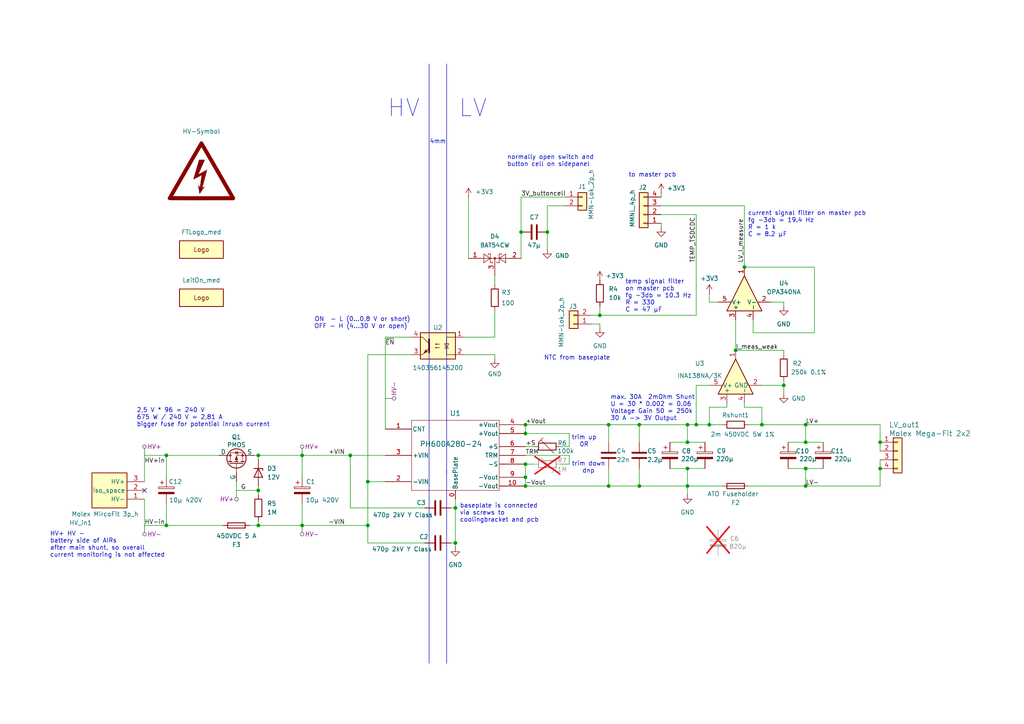
<source format=kicad_sch>
(kicad_sch (version 20231120) (generator "eeschema") (generator_version "8.0")
  (paper "A4")
  (title_block (title "TS-DCDC") (date "2024-12-12") (rev "0.5"))
  (lib_symbols
    (symbol "2024-11-18_21-41-11:PH600A280-24" (pin_names (offset 0.254))
      (property "Reference" "U1" (at 20.32 7.112 0))
      (property "Value" "PH600A280-24" (at 19.05 -1.778 0))
      (symbol "PH600A280-24_0_1"
        (polyline (pts (xy 7.62 -15.24) (xy 33.02 -15.24)) (stroke (width 0.127)))
        (polyline (pts (xy 7.62 5.08) (xy 7.62 -15.24)) (stroke (width 0.127)))
        (polyline (pts (xy 33.02 -15.24) (xy 33.02 5.08)) (stroke (width 0.127)))
        (polyline (pts (xy 33.02 5.08) (xy 7.62 5.08)) (stroke (width 0.127)))
      )
      (symbol "PH600A280-24_1_1"
        (pin passive line (at 20.32 -17.78 90) (length 2.54) (name "BasePlate") (number "0"))
        (pin input line (at 0 2.54 0) (length 7.62) (name "CNT") (number "1"))
        (pin power_out line (at 40.64 -13.97 180) (length 7.62) (name "-Vout") (number "10"))
        (pin power_in line (at 0 -12.7 0) (length 7.62) (name "-VIN") (number "2"))
        (pin power_in line (at 0 -5.08 0) (length 7.62) (name "+VIN") (number "3"))
        (pin power_out line (at 40.64 3.81 180) (length 7.62) (name "+Vout") (number "4"))
        (pin power_out line (at 40.64 1.27 180) (length 7.62) (name "+Vout") (number "5"))
        (pin input line (at 40.64 -2.54 180) (length 7.62) (name "+S") (number "6"))
        (pin input line (at 40.64 -5.08 180) (length 7.62) (name "TRM") (number "7"))
        (pin input line (at 40.64 -7.62 180) (length 7.62) (name "-S") (number "8"))
        (pin power_out line (at 40.64 -11.43 180) (length 7.62) (name "-Vout") (number "9"))
      )
    )
    (symbol "43650-0317:43650-0317"
      (property "Reference" "HV_in1" (at 18.542 -11.938 0))
      (property "Value" "Molex MircoFit 3p_h" (at 11.43 -9.398 0))
      (symbol "43650-0317_1_1"
        (rectangle (start 5.08 2.54) (end 15.24 -7.62) (stroke (width 0.254)) (fill (type background)))
        (pin power_out line (at 0 -5.08 0) (length 5.08) (name "HV-") (number "1"))
        (pin passive line (at 0 -2.54 0) (length 5.08) (name "iso_space") (number "2"))
        (pin power_out line (at 0 0 0) (length 5.08) (name "HV+") (number "3"))
      )
    )
    (symbol "Amplifier_Current:INA138" (pin_names (offset 0.127))
      (property "Reference" "U" (at 3.81 5.08 0))
      (property "Value" "INA138" (at 3.81 2.54 0))
      (symbol "INA138_0_1"
        (polyline (pts (xy -5.08 5.08) (xy 5.08 0) (xy -5.08 -5.08) (xy -5.08 5.08)) (stroke (width 0.254)) (fill (type background)))
      )
      (symbol "INA138_1_1"
        (pin output line (at 7.62 0 180) (length 2.54) (name "~") (number "1"))
        (pin power_in line (at -2.54 -7.62 90) (length 3.81) (name "GND") (number "2"))
        (pin input line (at -7.62 2.54 0) (length 2.54) (name "+") (number "3"))
        (pin input line (at -7.62 -2.54 0) (length 2.54) (name "-") (number "4"))
        (pin power_in line (at -2.54 7.62 270) (length 3.81) (name "V+") (number "5"))
      )
    )
    (symbol "Amplifier_Operational:OPA340NA" (pin_names (offset 0.127))
      (property "Reference" "U" (at -1.27 6.35 0))
      (property "Value" "OPA340NA" (at -1.27 3.81 0))
      (symbol "OPA340NA_0_1"
        (polyline (pts (xy -5.08 5.08) (xy 5.08 0) (xy -5.08 -5.08) (xy -5.08 5.08)) (stroke (width 0.254)) (fill (type background)))
        (pin power_in line (at -2.54 -7.62 90) (length 3.81) (name "V-") (number "2"))
        (pin power_in line (at -2.54 7.62 270) (length 3.81) (name "V+") (number "5"))
      )
      (symbol "OPA340NA_1_1"
        (pin output line (at 7.62 0 180) (length 2.54) (name "~") (number "1"))
        (pin input line (at -7.62 2.54 0) (length 2.54) (name "+") (number "3"))
        (pin input line (at -7.62 -2.54 0) (length 2.54) (name "-") (number "4"))
      )
    )
    (symbol "Connector_Generic:Conn_01x02" (pin_names (offset 1.016) hide)
      (property "Reference" "J" (at 0 2.54 0))
      (property "Value" "Conn_01x02" (at 0 -5.08 0))
      (symbol "Conn_01x02_1_1"
        (rectangle (start -1.27 -2.413) (end 0 -2.667) (stroke (width 0.1524)))
        (rectangle (start -1.27 0.127) (end 0 -0.127) (stroke (width 0.1524)))
        (rectangle (start -1.27 1.27) (end 1.27 -3.81) (stroke (width 0.254)) (fill (type background)))
        (pin passive line (at -5.08 0 0) (length 3.81) (name "Pin_1") (number "1"))
        (pin passive line (at -5.08 -2.54 0) (length 3.81) (name "Pin_2") (number "2"))
      )
    )
    (symbol "Connector_Generic:Conn_01x04" (pin_names (offset 1.016) hide)
      (property "Reference" "J" (at 0 5.08 0))
      (property "Value" "Conn_01x04" (at 0 -7.62 0))
      (symbol "Conn_01x04_1_1"
        (rectangle (start -1.27 -4.953) (end 0 -5.207) (stroke (width 0.1524)))
        (rectangle (start -1.27 -2.413) (end 0 -2.667) (stroke (width 0.1524)))
        (rectangle (start -1.27 0.127) (end 0 -0.127) (stroke (width 0.1524)))
        (rectangle (start -1.27 2.667) (end 0 2.413) (stroke (width 0.1524)))
        (rectangle (start -1.27 3.81) (end 1.27 -6.35) (stroke (width 0.254)) (fill (type background)))
        (pin passive line (at -5.08 2.54 0) (length 3.81) (name "Pin_1") (number "1"))
        (pin passive line (at -5.08 0 0) (length 3.81) (name "Pin_2") (number "2"))
        (pin passive line (at -5.08 -2.54 0) (length 3.81) (name "Pin_3") (number "3"))
        (pin passive line (at -5.08 -5.08 0) (length 3.81) (name "Pin_4") (number "4"))
      )
    )
    (symbol "Device:C" (pin_numbers hide) (pin_names (offset 0.254))
      (property "Reference" "C" (at 0.635 2.54 0))
      (property "Value" "C" (at 0.635 -2.54 0))
      (symbol "C_0_1"
        (polyline (pts (xy -2.032 -0.762) (xy 2.032 -0.762)) (stroke (width 0.508)))
        (polyline (pts (xy -2.032 0.762) (xy 2.032 0.762)) (stroke (width 0.508)))
      )
      (symbol "C_1_1"
        (pin passive line (at 0 3.81 270) (length 2.794) (name "~") (number "1"))
        (pin passive line (at 0 -3.81 90) (length 2.794) (name "~") (number "2"))
      )
    )
    (symbol "Device:C_Polarized" (pin_numbers hide) (pin_names (offset 0.254))
      (property "Reference" "C" (at 0.635 2.54 0))
      (property "Value" "C_Polarized" (at 0.635 -2.54 0))
      (symbol "C_Polarized_0_1"
        (rectangle (start -2.286 0.508) (end 2.286 1.016))
        (polyline (pts (xy -1.778 2.286) (xy -0.762 2.286)))
        (polyline (pts (xy -1.27 2.794) (xy -1.27 1.778)))
        (rectangle (start 2.286 -0.508) (end -2.286 -1.016) (fill (type outline)))
      )
      (symbol "C_Polarized_1_1"
        (pin passive line (at 0 3.81 270) (length 2.794) (name "~") (number "1"))
        (pin passive line (at 0 -3.81 90) (length 2.794) (name "~") (number "2"))
      )
    )
    (symbol "Device:D_Zener" (pin_numbers hide) (pin_names (offset 1.016) hide)
      (property "Reference" "D" (at 0 2.54 0))
      (property "Value" "D_Zener" (at 0 -2.54 0))
      (symbol "D_Zener_0_1"
        (polyline (pts (xy 1.27 0) (xy -1.27 0)))
        (polyline (pts (xy -1.27 -1.27) (xy -1.27 1.27) (xy -0.762 1.27)) (stroke (width 0.254)))
        (polyline (pts (xy 1.27 -1.27) (xy 1.27 1.27) (xy -1.27 0) (xy 1.27 -1.27)) (stroke (width 0.254)))
      )
      (symbol "D_Zener_1_1"
        (pin passive line (at -3.81 0 0) (length 2.54) (name "K") (number "1"))
        (pin passive line (at 3.81 0 180) (length 2.54) (name "A") (number "2"))
      )
    )
    (symbol "Device:Fuse" (pin_numbers hide) (pin_names (offset 0))
      (property "Reference" "F" (at 2.032 0 90))
      (property "Value" "Fuse" (at -1.905 0 90))
      (symbol "Fuse_0_1"
        (rectangle (start -0.762 -2.54) (end 0.762 2.54) (stroke (width 0.254)))
        (polyline (pts (xy 0 2.54) (xy 0 -2.54)))
      )
      (symbol "Fuse_1_1"
        (pin passive line (at 0 3.81 270) (length 1.27) (name "~") (number "1"))
        (pin passive line (at 0 -3.81 90) (length 1.27) (name "~") (number "2"))
      )
    )
    (symbol "Device:R" (pin_numbers hide) (pin_names (offset 0))
      (property "Reference" "R" (at 2.032 0 90))
      (property "Value" "R" (at 0 0 90))
      (symbol "R_0_1"
        (rectangle (start -1.016 -2.54) (end 1.016 2.54) (stroke (width 0.254)))
      )
      (symbol "R_1_1"
        (pin passive line (at 0 3.81 270) (length 1.27) (name "~") (number "1"))
        (pin passive line (at 0 -3.81 90) (length 1.27) (name "~") (number "2"))
      )
    )
    (symbol "Device:R_Trim" (pin_numbers hide) (pin_names (offset 0))
      (property "Reference" "R" (at 2.54 -2.54 90))
      (property "Value" "R_Trim" (at -2.54 -0.635 90))
      (symbol "R_Trim_0_1"
        (rectangle (start -1.016 -2.54) (end 1.016 2.54) (stroke (width 0.254)))
        (polyline (pts (xy -1.905 -1.905) (xy 1.905 1.905) (xy 2.54 1.27) (xy 1.27 2.54)))
      )
      (symbol "R_Trim_1_1"
        (pin passive line (at 0 3.81 270) (length 1.27) (name "~") (number "1"))
        (pin passive line (at 0 -3.81 90) (length 1.27) (name "~") (number "2"))
      )
    )
    (symbol "Diode:BAT54CW" (pin_names (offset 1.016))
      (property "Reference" "D" (at 0.635 -3.81 0))
      (property "Value" "BAT54CW" (at -6.35 3.175 0))
      (symbol "BAT54CW_0_1"
        (polyline (pts (xy -1.905 0) (xy 1.905 0)))
        (polyline (pts (xy -1.905 1.27) (xy -1.905 1.016)))
        (polyline (pts (xy -1.27 -1.27) (xy -0.635 -1.27)))
        (polyline (pts (xy -1.27 0) (xy -3.81 0)))
        (polyline (pts (xy -1.27 1.27) (xy -1.905 1.27)))
        (polyline (pts (xy -1.27 1.27) (xy -1.27 -1.27)))
        (polyline (pts (xy -0.635 -1.27) (xy -0.635 -1.016)))
        (polyline (pts (xy 0.635 -1.27) (xy 0.635 -1.016)))
        (polyline (pts (xy 1.27 -1.27) (xy 0.635 -1.27)))
        (polyline (pts (xy 1.27 1.27) (xy 1.27 -1.27)))
        (polyline (pts (xy 1.27 1.27) (xy 1.905 1.27)))
        (polyline (pts (xy 1.905 1.27) (xy 1.905 1.016)))
        (polyline (pts (xy 3.81 0) (xy 1.27 0)))
        (polyline (pts (xy -3.175 -1.27) (xy -3.175 1.27) (xy -1.27 0) (xy -3.175 -1.27)))
        (polyline (pts (xy 3.175 -1.27) (xy 3.175 1.27) (xy 1.27 0) (xy 3.175 -1.27)))
        (circle (center 0 0) (radius 0.254) (fill (type outline)))
      )
      (symbol "BAT54CW_1_1"
        (pin passive line (at -7.62 0 0) (length 3.81) (name "~") (number "1"))
        (pin passive line (at 7.62 0 180) (length 3.81) (name "~") (number "2"))
        (pin passive line (at 0 -5.08 90) (length 5.08) (name "~") (number "3"))
      )
    )
    (symbol "FaSTTUBe_logos:FTLogo_med"
      (property "Value" "FTLogo_med" (at 0 -3.81 0))
      (symbol "FTLogo_med_0_0"
        (text "Logo" (at 0 0 0) (effects (font (size 1.27 1.27))))
      )
      (symbol "FTLogo_med_0_1"
        (rectangle (start -6.35 2.54) (end 6.35 -2.54) (stroke (width 0.254)) (fill (type background)))
      )
    )
    (symbol "FaSTTUBe_logos:HV-Symbol" (pin_names (offset 1.016))
      (property "Value" "HV-Symbol" (at 0 -10.16 0))
      (symbol "HV-Symbol_0_0"
        (polyline (pts (xy -0.4892 -6.6071) (xy -0.4759 -6.591) (xy -0.4273 -6.5255) (xy -0.3518 -6.4196) (xy -0.2542 -6.2805) (xy -0.1394 -6.1154) (xy -0.0124 -5.9317) (xy 0.1219 -5.7364) (xy 0.2585 -5.5367) (xy 0.3925 -5.34) (xy 0.5191 -5.1533) (xy 0.6332 -4.984) (xy 0.73 -4.8391) (xy 0.8045 -4.726) (xy 0.8518 -4.6518) (xy 0.8669 -4.6238) (xy 0.8391 -4.6326) (xy 0.7671 -4.6703) (xy 0.6626 -4.7309) (xy 0.537 -4.8081) (xy 0.4195 -4.881) (xy 0.3146 -4.9437) (xy 0.2421 -4.9843) (xy 0.2131 -4.9963) (xy 0.2151 -4.9851) (xy 0.2315 -4.9189) (xy 0.2631 -4.7973) (xy 0.3086 -4.6249) (xy 0.3669 -4.4065) (xy 0.4366 -4.1466) (xy 0.5165 -3.8499) (xy 0.6054 -3.521) (xy 0.702 -3.1645) (xy 0.8051 -2.7851) (xy 0.9135 -2.3873) (xy 0.9755 -2.1599) (xy 1.0812 -1.7709) (xy 1.1809 -1.4024) (xy 1.2735 -1.059) (xy 1.3576 -0.7454) (xy 1.432 -0.4663) (xy 1.4955 -0.2264) (xy 1.5468 -0.0304) (xy 1.5847 0.1171) (xy 1.6079 0.2112) (xy 1.6151 0.2474) (xy 1.6 0.2451) (xy 1.5342 0.2168) (xy 1.4215 0.1619) (xy 1.2678 0.0834) (xy 1.0788 -0.0157) (xy 0.8602 -0.1324) (xy 0.6178 -0.2637) (xy 0.3573 -0.4066) (xy 0.1726 -0.5084) (xy -0.0763 -0.6449) (xy -0.3032 -0.7687) (xy -0.5023 -0.8766) (xy -0.6678 -0.9654) (xy -0.7938 -1.0321) (xy -0.8747 -1.0735) (xy -0.9046 -1.0865) (xy -0.8996 -1.0709) (xy -0.8714 -1.0014) (xy -0.8205 -0.8806) (xy -0.7488 -0.7135) (xy -0.6586 -0.5046) (xy -0.5517 -0.2589) (xy -0.4304 0.0188) (xy -0.2967 0.3239) (xy -0.1526 0.6514) (xy -0.0003 0.9967) (xy 0.1049 1.235) (xy 0.253 1.5703) (xy 0.3921 1.8852) (xy 0.52 2.175) (xy 0.6346 2.4347) (xy 0.7337 2.6594) (xy 0.8152 2.8442) (xy 0.8769 2.9843) (xy 0.9167 3.0747) (xy 0.9323 3.1106) (xy 0.9309 3.1196) (xy 0.9051 3.1304) (xy 0.8453 3.1382) (xy 0.7454 3.1431) (xy 0.599 3.1453) (xy 0.4001 3.1453) (xy 0.1424 3.1431) (xy -0.6646 3.1344) (xy -1.4846 0.343) (xy -1.6044 -0.0656) (xy -1.7195 -0.4592) (xy -1.8277 -0.8304) (xy -1.9277 -1.1747) (xy -2.0183 -1.4878) (xy -2.0981 -1.7651) (xy -2.166 -2.0023) (xy -2.2206 -2.195) (xy -2.2606 -2.3386) (xy -2.2848 -2.4288) (xy -2.2919 -2.4611) (xy -2.286 -2.4597) (xy -2.2336 -2.4367) (xy -2.1322 -2.388) (xy -1.988 -2.3167) (xy -1.807 -2.2259) (xy -1.5954 -2.1186) (xy -1.3593 -1.998) (xy -1.1049 -1.867) (xy -0.9986 -1.8122) (xy -0.7512 -1.6851) (xy -0.5248 -1.5695) (xy -0.3256 -1.4685) (xy -0.1595 -1.3851) (xy -0.0328 -1.3225) (xy 0.0485 -1.2837) (xy 0.0782 -1.2717) (xy 0.0786 -1.2748) (xy 0.0749 -1.3248) (xy 0.063 -1.4299) (xy 0.0441 -1.5831) (xy 0.0189 -1.7774) (xy -0.0114 -2.0057) (xy -0.0458 -2.261) (xy -0.0835 -2.5363) (xy -0.1233 -2.8245) (xy -0.1644 -3.1186) (xy -0.2057 -3.4116) (xy -0.2463 -3.6965) (xy -0.2851 -3.9662) (xy -0.3212 -4.2137) (xy -0.3535 -4.432) (xy -0.3812 -4.614) (xy -0.4032 -4.7527) (xy -0.4186 -4.8411) (xy -0.4263 -4.8721) (xy -0.4486 -4.8511) (xy -0.4999 -4.7857) (xy -0.5714 -4.6867) (xy -0.6549 -4.5646) (xy -0.7311 -4.4535) (xy -0.805 -4.3514) (xy -0.8599 -4.282) (xy -0.8876 -4.2561) (xy -0.9014 -4.2806) (xy -0.8968 -4.3443) (xy -0.8924 -4.369) (xy -0.8778 -4.4566) (xy -0.8553 -4.5949) (xy -0.8262 -4.7758) (xy -0.792 -4.9906) (xy -0.7538 -5.2313) (xy -0.7132 -5.4892) (xy -0.6874 -5.6524) (xy -0.6486 -5.8965) (xy -0.6132 -6.1162) (xy -0.5826 -6.3034) (xy -0.558 -6.4502) (xy -0.5409 -6.5487) (xy -0.5324 -6.5909) (xy -0.521 -6.6112) (xy -0.4892 -6.6071)) (stroke (width 0.01)) (fill (type outline)))
        (polyline (pts (xy -0.7512 -8.4995) (xy 0.0488 -8.4991) (xy 9.3708 -8.4937) (xy 9.4936 -8.4173) (xy 9.5205 -8.3994) (xy 9.6443 -8.2757) (xy 9.7185 -8.1228) (xy 9.7386 -7.9548) (xy 9.6999 -7.7862) (xy 9.6933 -7.7735) (xy 9.6567 -7.7077) (xy 9.5896 -7.5892) (xy 9.4933 -7.4203) (xy 9.3691 -7.2031) (xy 9.2184 -6.9399) (xy 9.0425 -6.6332) (xy 8.8426 -6.285) (xy 8.6201 -5.8977) (xy 8.3763 -5.4736) (xy 8.1124 -5.015) (xy 7.8299 -4.524) (xy 7.53 -4.0031) (xy 7.2139 -3.4544) (xy 6.8831 -2.8803) (xy 6.5389 -2.283) (xy 6.1825 -1.6649) (xy 5.8152 -1.028) (xy 5.4384 -0.3749) (xy 5.0534 0.2924) (xy 4.7596 0.8012) (xy 4.2896 1.615) (xy 3.843 2.3874) (xy 3.4206 3.1175) (xy 3.0228 3.8044) (xy 2.6502 4.447) (xy 2.3033 5.0445) (xy 1.9827 5.5959) (xy 1.6889 6.1003) (xy 1.4225 6.5568) (xy 1.184 6.9643) (xy 0.9739 7.3221) (xy 0.7929 7.6291) (xy 0.6414 7.8844) (xy 0.52 8.0871) (xy 0.4293 8.2362) (xy 0.3697 8.3308) (xy 0.3419 8.37) (xy 0.2962 8.4088) (xy 0.1437 8.4869) (xy -0.0205 8.5068) (xy -0.1836 8.4683) (xy -0.3328 8.3714) (xy -0.3337 8.3705) (xy -0.3625 8.329) (xy -0.4218 8.2342) (xy -0.5102 8.0888) (xy -0.626 7.8955) (xy -0.7675 7.657) (xy -0.9334 7.3761) (xy -1.1219 7.0555) (xy -1.3314 6.698) (xy -1.5605 6.3063) (xy -1.8075 5.8832) (xy -2.0709 5.4313) (xy -2.349 4.9534) (xy -2.6402 4.4523) (xy -2.9431 3.9307) (xy -3.256 3.3913) (xy -3.5774 2.8369) (xy -3.9055 2.2702) (xy -4.239 1.6939) (xy -4.5762 1.1108) (xy -4.9154 0.5236) (xy -5.2553 -0.0649) (xy -5.594 -0.6521) (xy -5.9301 -1.2351) (xy -6.2621 -1.8112) (xy -6.5882 -2.3777) (xy -6.9069 -2.9319) (xy -7.2167 -3.471) (xy -7.516 -3.9923) (xy -7.8032 -4.493) (xy -8.0766 -4.9704) (xy -8.3348 -5.4218) (xy -8.5761 -5.8444) (xy -8.799 -6.2355) (xy -9.0019 -6.5924) (xy -9.1832 -6.9122) (xy -9.3412 -7.1924) (xy -9.4624 -7.4082) (xy -8.2772 -7.4082) (xy -8.2597 -7.3762) (xy -8.2115 -7.291) (xy -8.1342 -7.1555) (xy -8.0294 -6.9726) (xy -7.8989 -6.7452) (xy -7.7442 -6.4761) (xy -7.5671 -6.1683) (xy -7.3692 -5.8245) (xy -7.1521 -5.4478) (xy -6.9176 -5.041) (xy -6.6673 -4.6069) (xy -6.4029 -4.1484) (xy -6.1259 -3.6685) (xy -5.8382 -3.1699) (xy -5.5414 -2.6556) (xy -5.237 -2.1285) (xy -4.9268 -1.5914) (xy -4.6125 -1.0472) (xy -4.2957 -0.4988) (xy -3.9781 0.0509) (xy -3.6613 0.599) (xy -3.347 1.1428) (xy -3.0369 1.6792) (xy -2.7327 2.2054) (xy -2.4359 2.7185) (xy -2.1483 3.2157) (xy -1.8715 3.6941) (xy -1.6072 4.1507) (xy -1.357 4.5828) (xy -1.1227 4.9874) (xy -0.9058 5.3616) (xy -0.7081 5.7026) (xy -0.5312 6.0075) (xy -0.3768 6.2734) (xy -0.2465 6.4974) (xy -0.142 6.6766) (xy -0.065 6.8083) (xy -0.0171 6.8894) (xy 0 6.9171) (xy 0.0002 6.917) (xy 0.0191 6.8867) (xy 0.0688 6.803) (xy 0.1474 6.669) (xy 0.2535 6.4875) (xy 0.3853 6.2614) (xy 0.5411 5.9935) (xy 0.7192 5.6868) (xy 0.9181 5.3441) (xy 1.1361 4.9683) (xy 1.3714 4.5623) (xy 1.6225 4.129) (xy 1.8876 3.6712) (xy 2.1651 3.1917) (xy 2.4534 2.6936) (xy 2.7507 2.1797) (xy 3.0554 1.6528) (xy 3.3659 1.1159) (xy 3.6804 0.5717) (xy 3.9974 0.0233) (xy 4.3151 -0.5266) (xy 4.632 -1.0751) (xy 4.9462 -1.6192) (xy 5.2562 -2.1561) (xy 5.5603 -2.6829) (xy 5.8568 -3.1968) (xy 6.1442 -3.6948) (xy 6.4206 -4.1741) (xy 6.6844 -4.6318) (xy 6.9341 -5.065) (xy 7.1679 -5.4708) (xy 7.3841 -5.8465) (xy 7.5811 -6.189) (xy 7.7572 -6.4955) (xy 7.9109 -6.7631) (xy 8.0403 -6.989) (xy 8.1438 -7.1703) (xy 8.2198 -7.304) (xy 8.2667 -7.3874) (xy 8.2827 -7.4175) (xy 8.2727 -7.4185) (xy 8.2056 -7.4203) (xy 8.0779 -7.422) (xy 7.8921 -7.4237) (xy 7.6511 -7.4253) (xy 7.3575 -7.4269) (xy 7.0141 -7.4284) (xy 6.6236 -7.4298) (xy 6.1887 -7.4311) (xy 5.7121 -7.4324) (xy 5.1966 -7.4335) (xy 4.6448 -7.4345) (xy 4.0596 -7.4354) (xy 3.4436 -7.4362) (xy 2.7996 -7.4369) (xy 2.1302 -7.4374) (xy 1.4382 -7.4378) (xy 0.7264 -7.438) (xy -0.0027 -7.4381) (xy -0.309 -7.4381) (xy -1.147 -7.4379) (xy -1.9474 -7.4374) (xy -2.7085 -7.4368) (xy -3.4285 -7.4359) (xy -4.1058 -7.4349) (xy -4.7386 -7.4336) (xy -5.3253 -7.4322) (xy -5.8641 -7.4305) (xy -6.3533 -7.4287) (xy -6.7913 -7.4267) (xy -7.1762 -7.4245) (xy -7.5064 -7.4222) (xy -7.7802 -7.4197) (xy -7.9959 -7.417) (xy -8.1518 -7.4142) (xy -8.2461 -7.4113) (xy -8.2772 -7.4082) (xy -9.4624 -7.4082) (xy -9.4746 -7.43) (xy -9.5816 -7.6225) (xy -9.6606 -7.7671) (xy -9.7102 -7.8609) (xy -9.7287 -7.9014) (xy -9.7289 -7.9026) (xy -9.7335 -8.0172) (xy -9.7143 -8.1285) (xy -9.6792 -8.2033) (xy -9.5907 -8.3193) (xy -9.4796 -8.4176) (xy -9.3676 -8.4762) (xy -9.3591 -8.4772) (xy -9.2932 -8.4796) (xy -9.1659 -8.4819) (xy -8.9795 -8.484) (xy -8.7364 -8.4861) (xy -8.4391 -8.488) (xy -8.09 -8.4898) (xy -7.6916 -8.4915) (xy -7.2463 -8.493) (xy -6.7565 -8.4944) (xy -6.2247 -8.4957) (xy -5.6534 -8.4968) (xy -5.045 -8.4977) (xy -4.4018 -8.4984) (xy -3.7264 -8.499) (xy -3.0212 -8.4994) (xy -2.2887 -8.4997) (xy -1.5312 -8.4997) (xy -0.7512 -8.4995)) (stroke (width 0.01)) (fill (type outline)))
      )
    )
    (symbol "FaSTTUBe_logos:LeitOn_med"
      (property "Value" "LeitOn_med" (at 0 -3.81 0))
      (symbol "LeitOn_med_0_0"
        (text "Logo" (at 0 0 0) (effects (font (size 1.27 1.27))))
      )
      (symbol "LeitOn_med_0_1"
        (rectangle (start -6.35 2.54) (end 6.35 -2.54) (stroke (width 0.254)) (fill (type background)))
      )
    )
    (symbol "Fuse_1" (pin_numbers hide) (pin_names (offset 0))
      (property "Reference" "F2" (at 4.826 0 90))
      (property "Value" "ATO Fuseholder" (at 2.286 0.762 90))
      (symbol "Fuse_1_0_1"
        (rectangle (start -0.762 -2.54) (end 0.762 2.54) (stroke (width 0.254)))
        (polyline (pts (xy 0 2.54) (xy 0 -2.54)))
      )
      (symbol "Fuse_1_1_1"
        (pin passive line (at 0 3.81 270) (length 1.27) (name "~") (number "1"))
        (pin passive line (at 0 -3.81 90) (length 1.27) (name "~") (number "2"))
      )
    )
    (symbol "Relay_SolidState:34.81-7048"
      (property "Reference" "U2" (at 0 5.334 0))
      (property "Value" "140356145200" (at 0 -6.35 0))
      (symbol "34.81-7048_0_1"
        (rectangle (start -5.08 3.81) (end 5.08 -3.81) (stroke (width 0.254)) (fill (type background)))
        (polyline (pts (xy -3.175 -0.635) (xy -1.905 -0.635)))
        (polyline (pts (xy 2.54 1.905) (xy 2.54 -1.905) (xy 2.54 -1.905)) (stroke (width 0.508)))
        (polyline (pts (xy -5.08 2.54) (xy -2.54 2.54) (xy -2.54 -2.54) (xy -5.08 -2.54)))
        (polyline (pts (xy -2.54 -0.635) (xy -3.175 0.635) (xy -1.905 0.635) (xy -2.54 -0.635)))
        (polyline (pts (xy -0.508 -0.508) (xy 0.762 -0.508) (xy 0.381 -0.635) (xy 0.381 -0.381) (xy 0.762 -0.508)))
        (polyline (pts (xy -0.508 0.508) (xy 0.762 0.508) (xy 0.381 0.381) (xy 0.381 0.635) (xy 0.762 0.508)))
        (polyline (pts (xy 3.048 -1.651) (xy 3.556 -1.143) (xy 4.064 -2.159) (xy 3.048 -1.651) (xy 3.048 -1.651)) (fill (type outline)))
        (polyline (pts (xy 5.08 2.54) (xy 4.445 2.54) (xy 2.54 0.635) (xy 2.54 -0.635) (xy 4.445 -2.54) (xy 5.08 -2.54)))
      )
      (symbol "34.81-7048_1_1"
        (pin passive line (at -7.62 2.54 0) (length 2.54) (name "") (number "1"))
        (pin passive line (at -7.62 -2.54 0) (length 2.54) (name "~") (number "2"))
        (pin passive line (at 7.62 -2.54 180) (length 2.54) (name "~") (number "3"))
        (pin passive line (at 7.62 2.54 180) (length 2.54) (name "~") (number "4"))
      )
    )
    (symbol "Simulation_SPICE:PMOS" (pin_numbers hide) (pin_names (offset 0))
      (property "Reference" "Q" (at 5.08 1.27 0))
      (property "Value" "PMOS" (at 5.08 -1.27 0))
      (symbol "PMOS_0_1"
        (polyline (pts (xy 0.254 0) (xy -2.54 0)))
        (polyline (pts (xy 0.254 1.905) (xy 0.254 -1.905)) (stroke (width 0.254)))
        (polyline (pts (xy 0.762 -1.27) (xy 0.762 -2.286)) (stroke (width 0.254)))
        (polyline (pts (xy 0.762 0.508) (xy 0.762 -0.508)) (stroke (width 0.254)))
        (polyline (pts (xy 0.762 2.286) (xy 0.762 1.27)) (stroke (width 0.254)))
        (polyline (pts (xy 2.54 2.54) (xy 2.54 1.778)))
        (polyline (pts (xy 2.54 -2.54) (xy 2.54 0) (xy 0.762 0)))
        (polyline (pts (xy 0.762 1.778) (xy 3.302 1.778) (xy 3.302 -1.778) (xy 0.762 -1.778)))
        (polyline (pts (xy 2.286 0) (xy 1.27 0.381) (xy 1.27 -0.381) (xy 2.286 0)) (fill (type outline)))
        (polyline (pts (xy 2.794 -0.508) (xy 2.921 -0.381) (xy 3.683 -0.381) (xy 3.81 -0.254)))
        (polyline (pts (xy 3.302 -0.381) (xy 2.921 0.254) (xy 3.683 0.254) (xy 3.302 -0.381)))
        (circle (center 1.651 0) (radius 2.794) (stroke (width 0.254)))
        (circle (center 2.54 -1.778) (radius 0.254) (fill (type outline)))
        (circle (center 2.54 1.778) (radius 0.254) (fill (type outline)))
      )
      (symbol "PMOS_1_1"
        (pin passive line (at 2.54 5.08 270) (length 2.54) (name "D") (number "1"))
        (pin input line (at -5.08 0 0) (length 2.54) (name "G") (number "2"))
        (pin passive line (at 2.54 -5.08 90) (length 2.54) (name "S") (number "3"))
      )
    )
    (symbol "power:+3V3" (power) (pin_numbers hide) (pin_names (offset 0) hide)
      (property "Value" "+3V3" (at 0 3.556 0))
      (symbol "+3V3_0_1"
        (polyline (pts (xy -0.762 1.27) (xy 0 2.54)))
        (polyline (pts (xy 0 0) (xy 0 2.54)))
        (polyline (pts (xy 0 2.54) (xy 0.762 1.27)))
      )
      (symbol "+3V3_1_1"
        (pin power_in line (at 0 0 90) (length 0) (name "~") (number "1"))
      )
    )
    (symbol "power:GND" (power) (pin_numbers hide) (pin_names (offset 0) hide)
      (property "Value" "GND" (at 0 -3.81 0))
      (symbol "GND_0_1"
        (polyline (pts (xy 0 0) (xy 0 -1.27) (xy 1.27 -1.27) (xy 0 -2.54) (xy -1.27 -1.27) (xy 0 -1.27)))
      )
      (symbol "GND_1_1"
        (pin power_in line (at 0 0 270) (length 0) (name "~") (number "1"))
      )
    )
  )
  (junction (at 152.4 134.62))
  (junction (at 185.42 123.19))
  (junction (at 106.68 139.7))
  (junction (at 199.39 123.19))
  (junction (at 87.63 152.4))
  (junction (at 48.26 132.08))
  (junction (at 199.39 128.27))
  (junction (at 185.42 140.97))
  (junction (at 233.68 140.97))
  (junction (at 176.53 123.19))
  (junction (at 151.13 67.31))
  (junction (at 152.4 138.43))
  (junction (at 199.39 135.89))
  (junction (at 48.26 152.4))
  (junction (at 213.36 101.6))
  (junction (at 152.4 123.19))
  (junction (at 74.93 152.4))
  (junction (at 132.08 157.48))
  (junction (at 106.68 152.4))
  (junction (at 152.4 140.97))
  (junction (at 74.93 142.24))
  (junction (at 205.74 123.19))
  (junction (at 201.93 123.19))
  (junction (at 176.53 140.97))
  (junction (at 255.27 135.89))
  (junction (at 233.68 128.27))
  (junction (at 233.68 135.89))
  (junction (at 173.99 91.44))
  (junction (at 158.75 67.31))
  (junction (at 199.39 140.97))
  (junction (at 152.4 125.73))
  (junction (at 220.98 123.19))
  (junction (at 255.27 128.27))
  (junction (at 74.93 132.08))
  (junction (at 132.08 147.32))
  (junction (at 215.9 77.47))
  (junction (at 233.68 123.19))
  (junction (at 101.6 132.08))
  (junction (at 227.33 111.76))
  (junction (at 87.63 132.08))
  (no_connect (at 41.91 142.24))
  (wire (pts (xy 233.68 135.89) (xy 233.68 140.97)))
  (wire (pts (xy 199.39 140.97) (xy 199.39 143.51)))
  (wire (pts (xy 233.68 128.27) (xy 238.76 128.27)))
  (wire (pts (xy 191.77 59.69) (xy 215.9 59.69)))
  (wire (pts (xy 41.91 152.4) (xy 41.91 144.78)))
  (wire (pts (xy 176.53 123.19) (xy 176.53 128.27)))
  (wire (pts (xy 48.26 152.4) (xy 64.77 152.4)))
  (wire (pts (xy 176.53 135.89) (xy 176.53 140.97)))
  (wire (pts (xy 111.76 97.79) (xy 111.76 124.46)))
  (wire (pts (xy 158.75 59.69) (xy 158.75 67.31)))
  (wire (pts (xy 201.93 123.19) (xy 205.74 123.19)))
  (wire (pts (xy 152.4 134.62) (xy 154.94 134.62)))
  (wire (pts (xy 228.6 128.27) (xy 233.68 128.27)))
  (wire (pts (xy 74.93 132.08) (xy 87.63 132.08)))
  (wire (pts (xy 201.93 111.76) (xy 205.74 111.76)))
  (wire (pts (xy 106.68 139.7) (xy 111.76 139.7)))
  (wire (pts (xy 151.13 57.15) (xy 163.83 57.15)))
  (wire (pts (xy 132.08 157.48) (xy 130.81 157.48)))
  (wire (pts (xy 106.68 139.7) (xy 106.68 152.4)))
  (wire (pts (xy 201.93 62.23) (xy 201.93 91.44)))
  (wire (pts (xy 173.99 93.98) (xy 171.45 93.98)))
  (wire (pts (xy 143.51 80.01) (xy 143.51 82.55)))
  (wire (pts (xy 74.93 152.4) (xy 87.63 152.4)))
  (wire (pts (xy 205.74 123.19) (xy 209.55 123.19)))
  (wire (pts (xy 134.62 102.87) (xy 143.51 102.87)))
  (wire (pts (xy 165.1 129.54) (xy 162.56 129.54)))
  (wire (pts (xy 134.62 97.79) (xy 143.51 97.79)))
  (wire (pts (xy 201.93 111.76) (xy 201.93 123.19)))
  (wire (pts (xy 210.82 116.84) (xy 210.82 118.11)))
  (wire (pts (xy 210.82 118.11) (xy 205.74 118.11)))
  (wire (pts (xy 135.89 57.15) (xy 135.89 74.93)))
  (wire (pts (xy 218.44 96.52) (xy 236.22 96.52)))
  (wire (pts (xy 165.1 134.62) (xy 165.1 132.08)))
  (wire (pts (xy 227.33 111.76) (xy 227.33 114.3)))
  (wire (pts (xy 152.4 123.19) (xy 176.53 123.19)))
  (polyline (pts (xy 124.46 18.542) (xy 124.46 192.405)))
  (wire (pts (xy 208.28 87.63) (xy 205.74 87.63)))
  (wire (pts (xy 191.77 66.04) (xy 191.77 64.77)))
  (wire (pts (xy 151.13 57.15) (xy 151.13 67.31)))
  (wire (pts (xy 152.4 138.43) (xy 152.4 134.62)))
  (wire (pts (xy 41.91 152.4) (xy 48.26 152.4)))
  (wire (pts (xy 217.17 140.97) (xy 233.68 140.97)))
  (wire (pts (xy 132.08 147.32) (xy 132.08 157.48)))
  (wire (pts (xy 220.98 118.11) (xy 220.98 123.19)))
  (wire (pts (xy 255.27 128.27) (xy 255.27 130.81)))
  (wire (pts (xy 227.33 88.9) (xy 227.33 87.63)))
  (wire (pts (xy 152.4 129.54) (xy 154.94 129.54)))
  (wire (pts (xy 48.26 146.05) (xy 48.26 152.4)))
  (wire (pts (xy 74.93 133.35) (xy 74.93 132.08)))
  (wire (pts (xy 74.93 143.51) (xy 74.93 142.24)))
  (wire (pts (xy 68.58 139.7) (xy 68.58 142.24)))
  (wire (pts (xy 233.68 140.97) (xy 255.27 140.97)))
  (wire (pts (xy 106.68 152.4) (xy 106.68 157.48)))
  (wire (pts (xy 213.36 92.71) (xy 213.36 101.6)))
  (wire (pts (xy 173.99 88.9) (xy 173.99 91.44)))
  (wire (pts (xy 72.39 152.4) (xy 74.93 152.4)))
  (wire (pts (xy 173.99 91.44) (xy 201.93 91.44)))
  (wire (pts (xy 185.42 123.19) (xy 185.42 128.27)))
  (wire (pts (xy 220.98 111.76) (xy 227.33 111.76)))
  (wire (pts (xy 199.39 128.27) (xy 204.47 128.27)))
  (wire (pts (xy 185.42 135.89) (xy 185.42 140.97)))
  (wire (pts (xy 199.39 135.89) (xy 199.39 140.97)))
  (wire (pts (xy 158.75 67.31) (xy 158.75 72.39)))
  (wire (pts (xy 220.98 118.11) (xy 215.9 118.11)))
  (wire (pts (xy 228.6 135.89) (xy 233.68 135.89)))
  (wire (pts (xy 73.66 132.08) (xy 74.93 132.08)))
  (wire (pts (xy 87.63 152.4) (xy 106.68 152.4)))
  (wire (pts (xy 106.68 102.87) (xy 119.38 102.87)))
  (wire (pts (xy 87.63 132.08) (xy 101.6 132.08)))
  (wire (pts (xy 132.08 144.78) (xy 132.08 147.32)))
  (wire (pts (xy 199.39 123.19) (xy 201.93 123.19)))
  (polyline (pts (xy 129.54 136.525) (xy 129.54 192.405)))
  (wire (pts (xy 152.4 123.19) (xy 152.4 125.73)))
  (wire (pts (xy 87.63 132.08) (xy 87.63 138.43)))
  (wire (pts (xy 191.77 57.15) (xy 191.77 55.88)))
  (wire (pts (xy 236.22 77.47) (xy 215.9 77.47)))
  (wire (pts (xy 165.1 125.73) (xy 152.4 125.73)))
  (wire (pts (xy 74.93 142.24) (xy 74.93 140.97)))
  (wire (pts (xy 205.74 118.11) (xy 205.74 123.19)))
  (wire (pts (xy 101.6 132.08) (xy 111.76 132.08)))
  (wire (pts (xy 194.31 128.27) (xy 199.39 128.27)))
  (wire (pts (xy 106.68 102.87) (xy 106.68 139.7)))
  (wire (pts (xy 194.31 135.89) (xy 199.39 135.89)))
  (wire (pts (xy 236.22 96.52) (xy 236.22 77.47)))
  (wire (pts (xy 162.56 134.62) (xy 165.1 134.62)))
  (wire (pts (xy 163.83 59.69) (xy 158.75 59.69)))
  (wire (pts (xy 176.53 123.19) (xy 185.42 123.19)))
  (wire (pts (xy 48.26 132.08) (xy 63.5 132.08)))
  (wire (pts (xy 227.33 87.63) (xy 223.52 87.63)))
  (wire (pts (xy 173.99 91.44) (xy 171.45 91.44)))
  (wire (pts (xy 74.93 151.13) (xy 74.93 152.4)))
  (wire (pts (xy 233.68 135.89) (xy 238.76 135.89)))
  (wire (pts (xy 217.17 123.19) (xy 220.98 123.19)))
  (wire (pts (xy 215.9 59.69) (xy 215.9 77.47)))
  (wire (pts (xy 152.4 140.97) (xy 176.53 140.97)))
  (wire (pts (xy 233.68 123.19) (xy 233.68 128.27)))
  (wire (pts (xy 199.39 135.89) (xy 204.47 135.89)))
  (polyline (pts (xy 129.54 18.542) (xy 129.54 137.16)))
  (wire (pts (xy 123.19 147.32) (xy 101.6 147.32)))
  (wire (pts (xy 152.4 140.97) (xy 152.4 138.43)))
  (wire (pts (xy 255.27 133.35) (xy 255.27 135.89)))
  (wire (pts (xy 68.58 142.24) (xy 74.93 142.24)))
  (wire (pts (xy 185.42 140.97) (xy 199.39 140.97)))
  (wire (pts (xy 176.53 140.97) (xy 185.42 140.97)))
  (wire (pts (xy 233.68 123.19) (xy 255.27 123.19)))
  (wire (pts (xy 173.99 93.98) (xy 173.99 95.25)))
  (wire (pts (xy 215.9 118.11) (xy 215.9 116.84)))
  (wire (pts (xy 152.4 132.08) (xy 165.1 132.08)))
  (wire (pts (xy 255.27 135.89) (xy 255.27 140.97)))
  (wire (pts (xy 151.13 67.31) (xy 151.13 74.93)))
  (wire (pts (xy 143.51 97.79) (xy 143.51 90.17)))
  (wire (pts (xy 165.1 129.54) (xy 165.1 125.73)))
  (wire (pts (xy 132.08 147.32) (xy 130.81 147.32)))
  (wire (pts (xy 132.08 158.75) (xy 132.08 157.48)))
  (wire (pts (xy 101.6 147.32) (xy 101.6 132.08)))
  (wire (pts (xy 48.26 132.08) (xy 48.26 138.43)))
  (wire (pts (xy 106.68 157.48) (xy 123.19 157.48)))
  (wire (pts (xy 111.76 97.79) (xy 119.38 97.79)))
  (wire (pts (xy 227.33 101.6) (xy 227.33 102.87)))
  (wire (pts (xy 220.98 123.19) (xy 233.68 123.19)))
  (wire (pts (xy 41.91 132.08) (xy 48.26 132.08)))
  (wire (pts (xy 213.36 101.6) (xy 227.33 101.6)))
  (wire (pts (xy 205.74 87.63) (xy 205.74 85.09)))
  (wire (pts (xy 185.42 123.19) (xy 199.39 123.19)))
  (wire (pts (xy 41.91 132.08) (xy 41.91 139.7)))
  (wire (pts (xy 255.27 123.19) (xy 255.27 128.27)))
  (wire (pts (xy 227.33 110.49) (xy 227.33 111.76)))
  (wire (pts (xy 201.93 62.23) (xy 191.77 62.23)))
  (wire (pts (xy 218.44 96.52) (xy 218.44 92.71)))
  (wire (pts (xy 87.63 152.4) (xy 87.63 146.05)))
  (wire (pts (xy 143.51 102.87) (xy 143.51 104.14)))
  (wire (pts (xy 199.39 123.19) (xy 199.39 128.27)))
  (wire (pts (xy 199.39 140.97) (xy 209.55 140.97)))
  (text "trim down\ndnp" (at 170.688 135.636 0) (effects (font (size 1.27 1.27))))
  (text " ON  - L (0...0,8 V or short)\nOFF - H (4...30 V or open)" (at 104.648 93.726 0) (effects (font (size 1.27 1.27))))
  (text "max. 30A  2mOhm Shunt \nU = 30 * 0.002 = 0.06\nVoltage Gain 50 = 250k\n30 A -> 3V Output\n" (at 177.038 118.364 0) (effects (font (size 1.27 1.27)) (justify left)))
  (text "trim up\n0R" (at 169.418 128.016 0) (effects (font (size 1.27 1.27))))
  (text "2,5 V * 96 = 240 V\n675 W / 240 V = 2,81 A\nbigger fuse for potential inrush current\n\n" (at 39.624 122.174 0) (effects (font (size 1.27 1.27)) (justify left)))
  (text "current signal filter on master pcb\nfg -3db = 19.4 Hz\nR = 1 k\nC = 8.2 µF\n" (at 216.916 65.024 0) (effects (font (size 1.27 1.27)) (justify left)))
  (text "LV" (at 137.16 31.496 0) (effects (font (size 5 5))))
  (text "4mm" (at 127 41.148 0) (effects (font (size 1.27 1.27))))
  (text "normally open switch and\nbutton cell on sidepanel\n " (at 147.066 44.958 0) (effects (font (size 1.27 1.27)) (justify left top)))
  (text "NTC from baseplate" (at 167.386 103.886 0) (effects (font (size 1.27 1.27))))
  (text "HV" (at 117.094 31.496 0) (effects (font (size 5 5))))
  (text "HV+ HV -\nbattery side of AIRs\nafter main shunt, so overall \ncurrent monitoring is not affected" (at 14.478 157.988 0) (effects (font (size 1.27 1.27)) (justify left)))
  (text "to master pcb" (at 189.23 50.8 0) (effects (font (size 1.27 1.27))))
  (text "baseplate is connected \nvia screws to \ncoolingbracket and pcb\n" (at 133.35 148.844 0) (effects (font (size 1.27 1.27)) (justify left)))
  (text "temp signal filter \non master pcb\nfg -3db = 10.3 Hz\nR = 330\nC = 47 µF" (at 181.356 85.852 0) (effects (font (size 1.27 1.27)) (justify left)))
  (label "LV+" (at 233.68 123.19 0))
  (label "-Vout" (at 152.4 140.97 0))
  (label "LV-" (at 233.68 140.97 0))
  (label "TEMP_TSDCDC" (at 201.93 76.2 90))
  (label "G" (at 69.85 142.24 0))
  (label "+S" (at 152.4 129.54 0))
  (label "+Vout" (at 152.4 123.19 0))
  (label "TRM" (at 152.4 132.08 0))
  (label "-VIN" (at 95.25 152.4 0))
  (label "LV_I_measure" (at 215.9 76.2 90))
  (label "HV+in" (at 41.91 134.62 0))
  (label "I_meas_weak" (at 213.36 101.6 0))
  (label "3V_buttoncell" (at 151.13 57.15 0))
  (label "HV-in" (at 41.91 152.4 0))
  (label "~{EN}" (at 111.76 100.33 0))
  (label "+VIN" (at 95.25 132.08 0))
  (netclass_flag "" (length 2.54) (shape round) (at 41.91 132.08 0) (property "Netclass" "HV+" (at 42.6085 129.54 0) (effects (font (italic yes)) (justify left))))
  (netclass_flag "" (length 2.54) (shape round) (at 41.91 152.4 180) (property "Netclass" "HV-" (at 42.6085 154.94 0) (effects (font (italic yes)) (justify left))))
  (netclass_flag "" (length 2.54) (shape round) (at 111.76 115.57 270) (property "Netclass" "HV-" (at 114.3 114.8715 90) (effects (font (italic yes)) (justify left))))
  (netclass_flag "" (length 2.54) (shape round) (at 87.63 132.08 0) (property "Netclass" "HV+" (at 88.3285 129.54 0) (effects (font (italic yes)) (justify left))))
  (netclass_flag "" (length 2.54) (shape round) (at 68.58 142.24 180) (property "Netclass" "HV+" (at 67.8815 144.78 0) (effects (font (italic yes)) (justify right))))
  (netclass_flag "" (length 2.54) (shape round) (at 87.63 152.4 180) (property "Netclass" "HV-" (at 88.3285 154.94 0) (effects (font (italic yes)) (justify left))))
  (symbol (lib_id "Device:C_Polarized") (at 194.31 132.08 0) (unit 1)
    (property "Reference" "C8" (at 200.406 130.81 0) (effects (justify right)))
    (property "Value" "220µ" (at 202.692 133.096 0) (effects (justify right)))
    (property "Footprint" "Capacitor_THT:CP_Radial_D10.0mm_P5.00mm" (effects (hide yes)))
    (property "Datasheet" "https://mou.sr/3E8B9GR" (effects (hide yes)))
    (property "Description" "Polarized capacitor" (effects (hide yes)))
  )
  (symbol (lib_id "Device:C") (at 176.53 132.08 0) (unit 1)
    (property "Reference" "C4" (at 178.816 130.81 0) (effects (justify left)))
    (property "Value" "22n" (at 178.816 133.35 0) (effects (justify left)))
    (property "Footprint" "Capacitor_SMD:C_1206_3216Metric" (effects (hide yes)))
    (property "Description" "Unpolarized capacitor" (effects (hide yes)))
  )
  (symbol (lib_id "Device:R") (at 74.93 147.32 0) (unit 1)
    (property "Reference" "R5" (at 77.47 146.0499 0) (effects (justify left)))
    (property "Value" "1M" (at 77.47 148.5899 0) (effects (justify left)))
    (property "Footprint" "Resistor_SMD:R_2010_5025Metric" (effects (hide yes)))
    (property "Description" "Resistor" (effects (hide yes)))
  )
  (symbol (lib_id "Connector_Generic:Conn_01x04") (at 186.69 62.23 180) (unit 1)
    (property "Reference" "J2" (at 186.436 54.356 0))
    (property "Value" "MMNL_4p_h" (at 183.388 60.452 90))
    (property "Footprint" "FaSTTUBe_connectors:Micro_Mate-N-Lok_4p_horizontal" (effects (hide yes)))
    (property "Description" "Generic connector, single row, 01x04, script generated (kicad-library-utils/schlib/autogen/connector/)" (effects (hide yes)))
  )
  (symbol (lib_id "power:GND") (at 199.39 143.51 0) (unit 1)
    (property "Reference" "#PWR01" (effects (hide yes)))
    (property "Value" "GND" (at 199.39 148.59 0))
    (property "Description" "Power symbol creates a global label with name \"GND\" , ground" (effects (hide yes)))
  )
  (symbol (lib_id "Device:D_Zener") (at 74.93 137.16 270) (unit 1)
    (property "Reference" "D3" (at 77.47 135.8899 90) (effects (justify left)))
    (property "Value" "12V" (at 77.47 138.4299 90) (effects (justify left)))
    (property "Footprint" "Diode_SMD:D_SOD-323" (effects (hide yes)))
    (property "Datasheet" "https://assets.nexperia.com/documents/data-sheet/PDZ-B_SER.pdf" (effects (hide yes)))
    (property "Description" "Zener diode" (effects (hide yes)))
  )
  (symbol (lib_id "power:+3V3") (at 191.77 55.88 0) (mirror y) (unit 1)
    (property "Reference" "#PWR05" (effects (hide yes)))
    (property "Value" "+3V3" (at 196.088 54.61 0))
    (property "Description" "Power symbol creates a global label with name \"+3V3\"" (effects (hide yes)))
  )
  (symbol (lib_id "Amplifier_Operational:OPA340NA") (at 215.9 85.09 90) (unit 1)
    (property "Reference" "U4" (at 227.33 82.1338 90))
    (property "Value" "OPA340NA" (at 227.33 84.6738 90))
    (property "Footprint" "Package_TO_SOT_SMD:SOT-23-5" (effects (hide yes)))
    (property "Datasheet" "http://www.ti.com/lit/ds/symlink/opa340.pdf" (effects (hide yes)))
    (property "Description" "Single Single-Supply, Rail-to-Rail Operational Amplifier, MicroAmplifier Series, SOT-23-5" (effects (hide yes)))
  )
  (symbol (lib_id "Device:C_Polarized") (at 228.6 132.08 0) (unit 1)
    (property "Reference" "C10" (at 234.696 130.81 0) (effects (justify right)))
    (property "Value" "220µ" (at 236.982 133.096 0) (effects (justify right)))
    (property "Footprint" "Capacitor_THT:CP_Radial_D10.0mm_P5.00mm" (effects (hide yes)))
    (property "Datasheet" "https://mou.sr/3E8B9GR" (effects (hide yes)))
    (property "Description" "Polarized capacitor" (effects (hide yes)))
  )
  (symbol (lib_id "Device:C_Polarized") (at 87.63 142.24 0) (unit 1)
    (property "Reference" "C1" (at 91.44 139.7 0) (effects (justify right)))
    (property "Value" "10µ 420V" (at 98.298 145.034 0) (effects (justify right)))
    (property "Footprint" "Capacitor_THT:CP_Radial_D12.5mm_P5.00mm" (effects (hide yes)))
    (property "Datasheet" "https://mou.sr/3CdDpvY" (effects (hide yes)))
    (property "Description" "Polarized capacitor" (effects (hide yes)))
  )
  (symbol (lib_id "Device:C") (at 127 157.48 90) (unit 1)
    (property "Reference" "C2" (at 122.936 155.702 90))
    (property "Value" "470p 2kV Y Class" (at 116.586 159.258 90))
    (property "Footprint" "footprints:VY1471M29Y5UC63V0" (effects (hide yes)))
    (property "Datasheet" "https://www.vishay.com/docs/28537/vy1series.pdf" (effects (hide yes)))
    (property "Description" "Unpolarized capacitor" (effects (hide yes)))
  )
  (symbol (lib_id "Device:C_Polarized") (at 204.47 132.08 0) (unit 1)
    (property "Reference" "C9" (at 210.566 130.81 0) (effects (justify right)))
    (property "Value" "220µ" (at 212.852 133.096 0) (effects (justify right)))
    (property "Footprint" "Capacitor_THT:CP_Radial_D10.0mm_P5.00mm" (effects (hide yes)))
    (property "Datasheet" "https://mou.sr/3E8B9GR" (effects (hide yes)))
    (property "Description" "Polarized capacitor" (effects (hide yes)))
  )
  (symbol (lib_id "2024-11-18_21-41-11:PH600A280-24") (at 111.76 127 0) (unit 1)
    (property "Reference" "U1" (at 132.08 119.888 0) (effects (font (size 1.524 1.524))))
    (property "Value" "PH600A280-24" (at 130.81 128.778 0) (effects (font (size 1.524 1.524))))
    (property "Footprint" "footprints:PH300A_thru_PH600A_TDK" (effects (hide yes)))
    (property "Datasheet" "PH600A280-24" (effects (hide yes)))
  )
  (symbol (lib_id "Device:C") (at 154.94 67.31 90) (unit 1)
    (property "Reference" "C7" (at 154.94 62.992 90))
    (property "Value" "47µ" (at 154.94 71.12 90))
    (property "Footprint" "Capacitor_SMD:C_1210_3225Metric" (effects (hide yes)))
    (property "Description" "Unpolarized capacitor" (effects (hide yes)))
  )
  (symbol (lib_id "power:+3V3") (at 173.99 81.28 0) (mirror y) (unit 1)
    (property "Reference" "#PWR08" (effects (hide yes)))
    (property "Value" "+3V3" (at 178.308 80.01 0))
    (property "Description" "Power symbol creates a global label with name \"+3V3\"" (effects (hide yes)))
  )
  (symbol (lib_id "FaSTTUBe_logos:HV-Symbol") (at 58.42 49.53 0) (unit 1)
    (property "Reference" "#Logo2" (effects (hide yes)))
    (property "Value" "HV-Symbol" (at 58.4225 38.1 0))
    (property "Footprint" "FaSTTUBe_logos:HV-Warning" (effects (hide yes)))
  )
  (symbol (lib_id "Device:C_Polarized") (at 48.26 142.24 0) (unit 1)
    (property "Reference" "C12" (at 52.832 139.7 0) (effects (justify right)))
    (property "Value" "10µ 420V" (at 58.674 145.034 0) (effects (justify right)))
    (property "Footprint" "Capacitor_THT:CP_Radial_D12.5mm_P5.00mm" (effects (hide yes)))
    (property "Datasheet" "https://mou.sr/3CdDpvY" (effects (hide yes)))
    (property "Description" "Polarized capacitor" (effects (hide yes)))
  )
  (symbol (lib_id "power:GND") (at 227.33 114.3 0) (unit 1)
    (property "Reference" "#PWR02" (effects (hide yes)))
    (property "Value" "GND" (at 231.648 115.57 0))
    (property "Description" "Power symbol creates a global label with name \"GND\" , ground" (effects (hide yes)))
  )
  (symbol (lib_id "FaSTTUBe_logos:LeitOn_med") (at 58.42 86.36 0) (unit 1)
    (property "Reference" "#Logo3" (effects (hide yes)))
    (property "Value" "LeitOn_med" (at 58.42 81.28 0))
    (property "Footprint" "FaSTTUBe_logos:LeitOn_medium" (effects (hide yes)))
  )
  (symbol (lib_id "Device:C_Polarized") (at 238.76 132.08 0) (unit 1)
    (property "Reference" "C11" (at 244.856 130.81 0) (effects (justify right)))
    (property "Value" "220µ" (at 247.142 133.096 0) (effects (justify right)))
    (property "Footprint" "Capacitor_THT:CP_Radial_D10.0mm_P5.00mm" (effects (hide yes)))
    (property "Datasheet" "https://mou.sr/3E8B9GR" (effects (hide yes)))
    (property "Description" "Polarized capacitor" (effects (hide yes)))
  )
  (symbol (lib_id "Device:R_Trim") (at 158.75 134.62 270) (unit 1) (dnp yes)
    (property "Reference" "R7" (at 163.068 133.604 90))
    (property "Value" "1M" (at 163.068 136.144 90))
    (property "Footprint" "Potentiometer_SMD:Potentiometer_Bourns_TC33X_Vertical" (effects (hide yes)))
    (property "Description" "Trimmable resistor (preset resistor)" (effects (hide yes)))
  )
  (symbol (lib_id "power:GND") (at 132.08 158.75 0) (unit 1)
    (property "Reference" "#PWR010" (effects (hide yes)))
    (property "Value" "GND" (at 132.08 163.83 0))
    (property "Description" "Power symbol creates a global label with name \"GND\" , ground" (effects (hide yes)))
  )
  (symbol (lib_id "Relay_SolidState:34.81-7048") (at 127 100.33 0) (mirror y) (unit 1)
    (property "Reference" "U2" (at 127 94.996 0))
    (property "Value" "140356145200" (at 127 106.68 0))
    (property "Footprint" "footprints:SOP254P700X210-4N" (effects (hide yes)))
    (property "Datasheet" "https://www.we-online.com/components/products/datasheet/140356145200.pdf" (effects (hide yes)))
    (property "Description" "Ultra-Slim Solid-State Relay, 0.1A, 48V DC output switching" (effects (hide yes)))
  )
  (symbol (lib_id "Device:C_Polarized") (at 208.28 157.48 0) (unit 1) (on_board no) (dnp yes)
    (property "Reference" "C6" (at 214.376 156.21 0) (effects (justify right)))
    (property "Value" "820µ" (at 216.662 158.496 0) (effects (justify right)))
    (property "Footprint" "Capacitor_THT:CP_Radial_D16.0mm_P7.50mm" (effects (hide yes)))
    (property "Datasheet" "https://www.mouser.de/datasheet/2/420/7964717934d9b174c3ba48-1210810.pdf" (effects (hide yes)))
    (property "Description" "Polarized capacitor" (effects (hide yes)))
  )
  (symbol (lib_id "Connector_Generic:Conn_01x04") (at 260.35 130.81 0) (unit 1)
    (property "Reference" "LV_out1" (at 257.81 123.19 0) (effects (font (size 1.524 1.524)) (justify left)))
    (property "Value" "Molex Mega-Fit 2x2" (at 257.81 125.73 0) (effects (font (size 1.524 1.524)) (justify left)))
    (property "Footprint" "footprints:CONN_SD-76825-0100_04_MOL" (effects (hide yes)))
    (property "Description" "Generic connector, single row, 01x04, script generated (kicad-library-utils/schlib/autogen/connector/)" (effects (hide yes)))
  )
  (symbol (lib_id "Device:Fuse") (at 68.58 152.4 90) (mirror x) (unit 1)
    (property "Reference" "F3" (at 68.58 157.988 90))
    (property "Value" "450VDC 5 A" (at 68.58 155.448 90))
    (property "Footprint" "footprints:0ACG5000TE" (effects (hide yes)))
    (property "Datasheet" "https://www.mouser.de/datasheet/2/643/ds_CP_0ACG_series-2000946.pdf" (effects (hide yes)))
    (property "Description" "Fuse" (effects (hide yes)))
  )
  (symbol (lib_id "power:+3V3") (at 135.89 57.15 0) (unit 1)
    (property "Reference" "#PWR09" (effects (hide yes)))
    (property "Value" "+3V3" (at 140.462 55.626 0))
    (property "Description" "Power symbol creates a global label with name \"+3V3\"" (effects (hide yes)))
  )
  (symbol (lib_id "power:GND") (at 173.99 95.25 0) (unit 1)
    (property "Reference" "#PWR06" (effects (hide yes)))
    (property "Value" "GND" (at 173.99 100.33 0))
    (property "Description" "Power symbol creates a global label with name \"GND\" , ground" (effects (hide yes)))
  )
  (symbol (lib_id "Device:R") (at 173.99 85.09 0) (unit 1)
    (property "Reference" "R4" (at 176.53 83.8199 0) (effects (justify left)))
    (property "Value" "10k" (at 176.53 86.3599 0) (effects (justify left)))
    (property "Footprint" "Resistor_SMD:R_0603_1608Metric" (effects (hide yes)))
    (property "Description" "Resistor" (effects (hide yes)))
  )
  (symbol (lib_name "Fuse_1") (lib_id "Device:Fuse") (at 213.36 140.97 90) (mirror x) (unit 1)
    (property "Reference" "F2" (at 213.36 145.796 90))
    (property "Value" "ATO Fuseholder" (at 212.598 143.256 90))
    (property "Footprint" "footprints:01000066Z" (effects (hide yes)))
    (property "Description" "Fuse" (effects (hide yes)))
  )
  (symbol (lib_id "Device:R") (at 213.36 123.19 90) (unit 1)
    (property "Reference" "Rshunt1" (at 213.36 120.396 90))
    (property "Value" "2m 450VDC 5W 1%" (at 215.392 125.984 90))
    (property "Footprint" "Resistor_SMD:R_2512_6332Metric" (effects (hide yes)))
    (property "Datasheet" "https://www.mouser.de/datasheet/2/54/css2h_2512-1862180.pdf" (effects (hide yes)))
    (property "Description" "Resistor" (effects (hide yes)))
  )
  (symbol (lib_id "Diode:BAT54CW") (at 143.51 74.93 0) (unit 1)
    (property "Reference" "D4" (at 143.51 68.58 0))
    (property "Value" "BAT54CW" (at 143.51 71.12 0))
    (property "Footprint" "Package_TO_SOT_SMD:SOT-323_SC-70" (effects (hide yes)))
    (property "Datasheet" "https://assets.nexperia.com/documents/data-sheet/BAT54W_SER.pdf" (effects (hide yes)))
    (property "Description" "Dual schottky barrier diode, common cathode, SOT-323" (effects (hide yes)))
  )
  (symbol (lib_id "Device:C") (at 127 147.32 270) (unit 1)
    (property "Reference" "C3" (at 122.174 145.796 90))
    (property "Value" "470p 2kV Y Class" (at 116.84 149.352 90))
    (property "Footprint" "footprints:VY1471M29Y5UC63V0" (effects (hide yes)))
    (property "Datasheet" "https://www.vishay.com/docs/28537/vy1series.pdf" (effects (hide yes)))
    (property "Description" "Unpolarized capacitor" (effects (hide yes)))
  )
  (symbol (lib_id "Device:R") (at 227.33 106.68 0) (unit 1)
    (property "Reference" "R2" (at 229.87 105.4099 0) (effects (justify left)))
    (property "Value" "250k 0.1%" (at 229.362 107.95 0) (effects (justify left)))
    (property "Footprint" "Resistor_SMD:R_0805_2012Metric" (effects (hide yes)))
    (property "Datasheet" "https://www.mouser.de/datasheet/2/385/SEI_RNCF-3077647.pdf" (effects (hide yes)))
    (property "Description" "Resistor" (effects (hide yes)))
  )
  (symbol (lib_id "FaSTTUBe_logos:FTLogo_med") (at 58.42 72.39 0) (unit 1)
    (property "Reference" "#Logo1" (effects (hide yes)))
    (property "Value" "FTLogo_med" (at 58.42 67.31 0))
    (property "Footprint" "FaSTTUBe_logos:FTLogo_medium" (effects (hide yes)))
  )
  (symbol (lib_id "power:GND") (at 227.33 88.9 0) (unit 1)
    (property "Reference" "#PWR011" (effects (hide yes)))
    (property "Value" "GND" (at 227.33 93.98 0))
    (property "Description" "Power symbol creates a global label with name \"GND\" , ground" (effects (hide yes)))
  )
  (symbol (lib_id "power:+3V3") (at 205.74 85.09 0) (mirror y) (unit 1)
    (property "Reference" "#PWR012" (effects (hide yes)))
    (property "Value" "+3V3" (at 205.74 80.772 0))
    (property "Description" "Power symbol creates a global label with name \"+3V3\"" (effects (hide yes)))
  )
  (symbol (lib_id "Connector_Generic:Conn_01x02") (at 166.37 93.98 180) (unit 1)
    (property "Reference" "J3" (at 167.386 88.9 0) (effects (justify left)))
    (property "Value" "MMN-Lok_2p_h" (at 162.814 86.106 90) (effects (justify left)))
    (property "Footprint" "FaSTTUBe_connectors:Micro_Mate-N-Lok_2p_horizontal" (effects (hide yes)))
    (property "Description" "Generic connector, single row, 01x02, script generated (kicad-library-utils/schlib/autogen/connector/)" (effects (hide yes)))
  )
  (symbol (lib_id "Device:R") (at 143.51 86.36 0) (unit 1)
    (property "Reference" "R3" (at 146.812 84.836 0))
    (property "Value" "100" (at 147.32 87.884 0))
    (property "Footprint" "Resistor_SMD:R_0603_1608Metric" (effects (hide yes)))
    (property "Description" "Resistor" (effects (hide yes)))
  )
  (symbol (lib_id "power:GND") (at 143.51 104.14 0) (unit 1)
    (property "Reference" "#PWR07" (effects (hide yes)))
    (property "Value" "GND" (at 143.51 108.458 0))
    (property "Description" "Power symbol creates a global label with name \"GND\" , ground" (effects (hide yes)))
  )
  (symbol (lib_id "43650-0317:43650-0317") (at 41.91 139.7 0) (mirror y) (unit 1)
    (property "Reference" "HV_in1" (at 23.368 151.638 0))
    (property "Value" "Molex MircoFit 3p_h" (at 30.48 149.098 0))
    (property "Footprint" "Connector_Molex:Molex_Micro-Fit_3.0_43650-0310_1x03-1MP_P3.00mm_Horizontal_PnP" (effects (hide yes)))
    (property "Datasheet" "https://www.molex.com/en-us/products/part-detail/436500310?display=pdf" (effects (hide yes)))
    (property "Description" "Micro-Fit 3.0 Vertical Header, 3.00mm Pitch, Single Row, 3 Circuits, with PCB Polarizing Peg, Glow-Wire Capable, Black" (effects (hide yes)))
    (property "Height" "9.9" (effects (hide yes)))
    (property "Mouser Part Number" "538-43650-0317" (effects (hide yes)))
    (property "Mouser Price/Stock" "https://www.mouser.co.uk/ProductDetail/Molex/43650-0317?qs=Nb99Pa9xYq%2Fi%252B%2FVbiejqUg%3D%3D" (effects (hide yes)))
    (property "Manufacturer_Name" "Molex" (effects (hide yes)))
    (property "Manufacturer_Part_Number" "43650-0317" (effects (hide yes)))
  )
  (symbol (lib_id "power:GND") (at 158.75 72.39 0) (unit 1)
    (property "Reference" "#PWR04" (effects (hide yes)))
    (property "Value" "GND" (at 163.068 74.168 0))
    (property "Description" "Power symbol creates a global label with name \"GND\" , ground" (effects (hide yes)))
  )
  (symbol (lib_id "Simulation_SPICE:PMOS") (at 68.58 134.62 90) (unit 1)
    (property "Reference" "Q1" (at 68.58 126.746 90))
    (property "Value" "PMOS" (at 68.58 129.032 90))
    (property "Footprint" "Package_TO_SOT_SMD:TO-263-2" (effects (hide yes)))
    (property "Datasheet" "https://www.mouser.de/datasheet/2/240/Littelfuse_Discrete_MOSFETs_P_Channel_IXT_10P50P_D-1622554.pdf" (effects (hide yes)))
    (property "Description" "P-MOSFET transistor, drain/source/gate" (effects (hide yes)))
    (property "Sim.Device" "PMOS" (effects (hide yes)))
    (property "Sim.Type" "VDMOS" (effects (hide yes)))
    (property "Sim.Pins" "1=D 2=G 3=S" (effects (hide yes)))
  )
  (symbol (lib_id "Amplifier_Current:INA138") (at 213.36 109.22 90) (unit 1)
    (property "Reference" "U3" (at 202.946 105.41 90))
    (property "Value" "INA138NA/3K" (at 202.946 108.966 90))
    (property "Footprint" "Package_TO_SOT_SMD:SOT-23-5" (effects (hide yes)))
    (property "Datasheet" "https://www.ti.com/lit/ds/symlink/ina138.pdf?ts=1734802735399&ref_url=https%253A%252F%252Fwww.mouser.de%252F" (effects (hide yes)))
    (property "Description" "High-Side Measurement Current Shunt Monitor, 36V, SOT-23-5" (effects (hide yes)))
  )
  (symbol (lib_id "Device:R_Trim") (at 158.75 129.54 90) (unit 1)
    (property "Reference" "R6" (at 163.068 128.524 90))
    (property "Value" "100k" (at 164.084 130.81 90))
    (property "Footprint" "Potentiometer_SMD:Potentiometer_Bourns_TC33X_Vertical" (effects (hide yes)))
    (property "Description" "Trimmable resistor (preset resistor)" (effects (hide yes)))
  )
  (symbol (lib_id "Connector_Generic:Conn_01x02") (at 168.91 57.15 0) (unit 1)
    (property "Reference" "J1" (at 167.64 54.102 0) (effects (justify left)))
    (property "Value" "MMN-Lok_2p_h" (at 171.45 63.754 90) (effects (justify left)))
    (property "Footprint" "FaSTTUBe_connectors:Micro_Mate-N-Lok_2p_horizontal" (effects (hide yes)))
    (property "Description" "Generic connector, single row, 01x02, script generated (kicad-library-utils/schlib/autogen/connector/)" (effects (hide yes)))
  )
  (symbol (lib_id "Device:C") (at 185.42 132.08 0) (unit 1)
    (property "Reference" "C5" (at 187.706 130.81 0) (effects (justify left)))
    (property "Value" "2.2µ" (at 187.706 133.35 0) (effects (justify left)))
    (property "Footprint" "Capacitor_SMD:C_0603_1608Metric" (effects (hide yes)))
    (property "Description" "Unpolarized capacitor" (effects (hide yes)))
  )
  (symbol (lib_id "power:GND") (at 191.77 66.04 0) (mirror y) (unit 1)
    (property "Reference" "#PWR03" (effects (hide yes)))
    (property "Value" "GND" (at 191.77 71.12 0))
    (property "Description" "Power symbol creates a global label with name \"GND\" , ground" (effects (hide yes)))
  )
)
</source>
